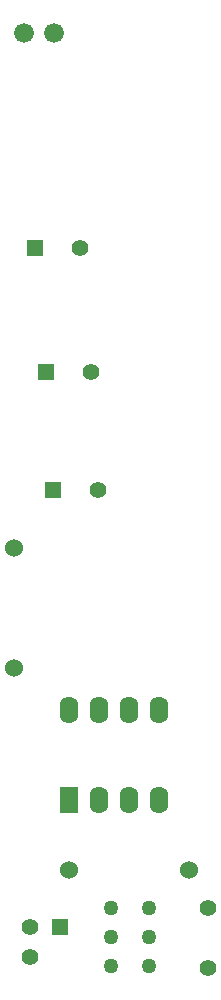
<source format=gts>
G04 (created by PCBNEW (2013-08-23 BZR 4296)-product) date 11/9/2013 10:48:29 AM*
%MOIN*%
G04 Gerber Fmt 3.4, Leading zero omitted, Abs format*
%FSLAX34Y34*%
G01*
G70*
G90*
G04 APERTURE LIST*
%ADD10C,0.005906*%
%ADD11R,0.055000X0.055000*%
%ADD12C,0.055000*%
%ADD13C,0.066000*%
%ADD14C,0.060000*%
%ADD15R,0.062000X0.090000*%
%ADD16O,0.062000X0.090000*%
%ADD17C,0.050000*%
G04 APERTURE END LIST*
G54D10*
G54D11*
X50560Y-32970D03*
G54D12*
X52060Y-32970D03*
G54D11*
X50175Y-28840D03*
G54D12*
X51675Y-28840D03*
G54D11*
X50770Y-36925D03*
G54D12*
X52270Y-36925D03*
G54D13*
X49810Y-21680D03*
X50810Y-21680D03*
G54D12*
X55950Y-50840D03*
X55950Y-52840D03*
G54D11*
X51010Y-51465D03*
G54D12*
X50010Y-51465D03*
X50010Y-52465D03*
G54D14*
X49490Y-42845D03*
X49490Y-38845D03*
X51330Y-49565D03*
X55330Y-49565D03*
G54D15*
X51315Y-47250D03*
G54D16*
X52315Y-47250D03*
X53315Y-47250D03*
X54315Y-47250D03*
X54315Y-44250D03*
X53315Y-44250D03*
X52315Y-44250D03*
X51315Y-44250D03*
G54D17*
X53970Y-50830D03*
X53970Y-51810D03*
X53970Y-52790D03*
X52710Y-50830D03*
X52710Y-51810D03*
X52710Y-52790D03*
M02*

</source>
